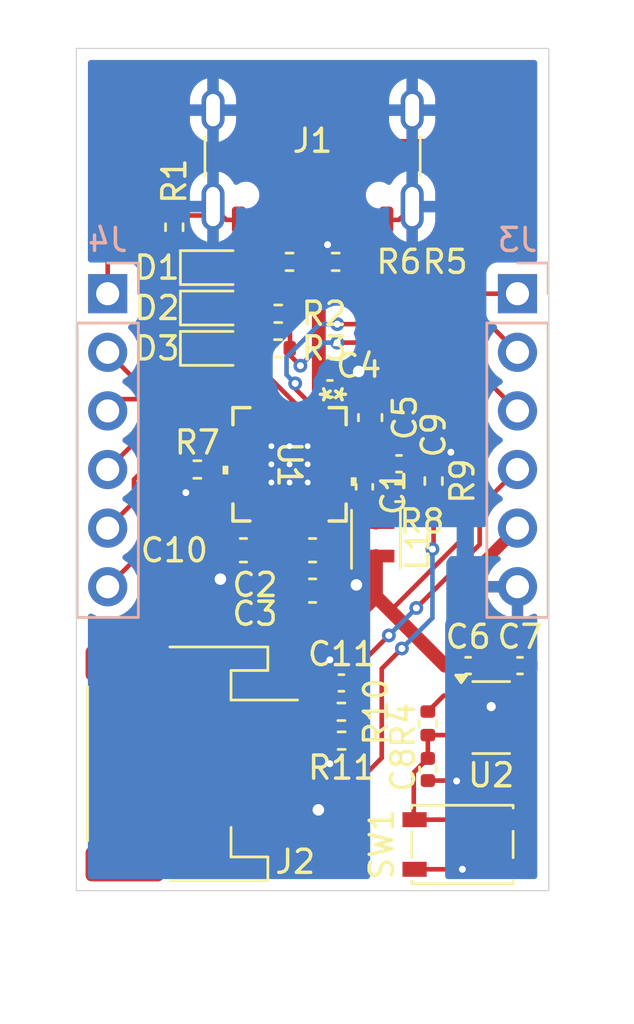
<source format=kicad_pcb>
(kicad_pcb (version 20240108) (generator "pcbnew") (generator_version "8.0")
  (layers (0 "F.Cu" signal) (31 "B.Cu" signal) (34 "B.Paste" user) (35 "F.Paste" user) (36 "B.SilkS" user "B.Silkscreen") (37 "F.SilkS" user "F.Silkscreen") (38 "B.Mask" user) (39 "F.Mask" user) (44 "Edge.Cuts" user))
  (net 0 "")
  (net 1 "Net-(C1-Pad1)")
  (net 2 "Net-(U1-BTST)")
  (net 3 "/SYS")
  (net 4 "GND")
  (net 5 "/VBUS")
  (net 6 "Net-(U1-PMID)")
  (net 7 "/3V3")
  (net 8 "Net-(U2-EN)")
  (net 9 "Net-(U1-REGN)")
  (net 10 "Net-(J2-Pin_1)")
  (net 11 "/VBAT")
  (net 12 "Net-(D1-K)")
  (net 13 "Net-(D2-K)")
  (net 14 "Net-(D3-K)")
  (net 17 "Net-(J1-CC2)")
  (net 18 "Net-(J1-CC1)")
  (net 19 "Net-(J2-Pin_2)")
  (net 20 "/PSEL")
  (net 21 "/SDA")
  (net 22 "/INT")
  (net 23 "/OTG")
  (net 24 "/{slash}CE")
  (net 25 "/SCL")
  (net 26 "Net-(U1-ILIM)")
  (net 29 "/D+")
  (net 30 "/D-")
  (net 31 "Net-(D2-A)")
  (net 32 "Net-(D3-A)")
  (footprint "Capacitor_SMD:C_0402_1005Metric" (layer "F.Cu") (at 153.75 103.75)
    (property "Reference" "C9" (at 1.5 -1.25 90) (layer "F.SilkS"))
    (property "Value" "4u7")
    (pad "1" smd roundrect (at -0.48 0) (size 0.56 0.62) (layers "F.Cu" "F.Paste" "F.Mask") (net 9 "Net-(U1-REGN)"))
    (pad "2" smd roundrect (at 0.48 0) (size 0.56 0.62) (layers "F.Cu" "F.Paste" "F.Mask") (net 4 "GND"))
  )
  (footprint "Connector_JST:JST_PH_S3B-PH-SM4-TB_1x03-1MP_P2.00mm_Horizontal" (layer "F.Cu") (at 144.75 116.75 -90)
    (property "Reference" "J2" (at 4.25 -4.5 0) (layer "F.SilkS"))
    (property "Value" "Conn_01x03")
    (pad "1" smd roundrect (at -2 -2.85 270) (size 1 3.5) (layers "F.Cu" "F.Paste" "F.Mask") (net 10 "Net-(J2-Pin_1)"))
    (pad "2" smd roundrect (at 0 -2.85 270) (size 1 3.5) (layers "F.Cu" "F.Paste" "F.Mask") (net 19 "Net-(J2-Pin_2)"))
    (pad "3" smd roundrect (at 2 -2.85 270) (size 1 3.5) (layers "F.Cu" "F.Paste" "F.Mask") (net 4 "GND"))
    (pad "MP" smd roundrect (at -4.35 2.9 270) (size 1.5 3.4) (layers "F.Cu" "F.Paste" "F.Mask") (roundrect_rratio 0.166667))
    (pad "MP" smd roundrect (at 4.35 2.9 270) (size 1.5 3.4) (layers "F.Cu" "F.Paste" "F.Mask") (roundrect_rratio 0.166667))
  )
  (footprint "Resistor_SMD:R_0402_1005Metric" (layer "F.Cu") (at 153.75 105.01)
    (property "Reference" "R8" (at 1 1.24 0) (layer "F.SilkS"))
    (property "Value" "5k25 (5k23)")
    (pad "1" smd roundrect (at -0.51 0) (size 0.54 0.64) (layers "F.Cu" "F.Paste" "F.Mask") (net 9 "Net-(U1-REGN)"))
    (pad "2" smd roundrect (at 0.51 0) (size 0.54 0.64) (layers "F.Cu" "F.Paste" "F.Mask") (net 19 "Net-(J2-Pin_2)"))
  )
  (footprint "Resistor_SMD:R_0402_1005Metric" (layer "F.Cu") (at 151.26 115.75 180)
    (property "Reference" "R11" (at 0 -1.17 0) (layer "F.SilkS"))
    (property "Value" "200k")
    (pad "1" smd roundrect (at -0.51 0 180) (size 0.54 0.64) (layers "F.Cu" "F.Paste" "F.Mask") (net 11 "/VBAT"))
    (pad "2" smd roundrect (at 0.51 0 180) (size 0.54 0.64) (layers "F.Cu" "F.Paste" "F.Mask") (net 4 "GND"))
  )
  (footprint "LED_SMD:LED_0603_1608Metric" (layer "F.Cu") (at 145.75 98.75)
    (property "Reference" "D3" (at -2.5 0 0) (layer "F.SilkS"))
    (property "Value" "Green")
    (pad "1" smd roundrect (at -0.7875 0) (size 0.875 0.95) (layers "F.Cu" "F.Paste" "F.Mask") (net 14 "Net-(D3-K)"))
    (pad "2" smd roundrect (at 0.7875 0) (size 0.875 0.95) (layers "F.Cu" "F.Paste" "F.Mask") (net 32 "Net-(D3-A)"))
  )
  (footprint "Resistor_SMD:R_0402_1005Metric" (layer "F.Cu") (at 144 93.5 -90)
    (property "Reference" "R1" (at -2 0 90) (layer "F.SilkS"))
    (property "Value" "220")
    (pad "1" smd roundrect (at -0.51 0 270) (size 0.54 0.64) (layers "F.Cu" "F.Paste" "F.Mask") (net 4 "GND"))
    (pad "2" smd roundrect (at 0.51 0 270) (size 0.54 0.64) (layers "F.Cu" "F.Paste" "F.Mask") (net 12 "Net-(D1-K)"))
  )
  (footprint "Capacitor_SMD:C_0603_1608Metric" (layer "F.Cu") (at 152.5 101.75 90)
    (property "Reference" "C5" (at 0 1.5 90) (layer "F.SilkS"))
    (property "Value" "10u")
    (pad "1" smd roundrect (at -0.775 0 90) (size 0.9 0.95) (layers "F.Cu" "F.Paste" "F.Mask") (net 6 "Net-(U1-PMID)"))
    (pad "2" smd roundrect (at 0.775 0 90) (size 0.9 0.95) (layers "F.Cu" "F.Paste" "F.Mask") (net 4 "GND"))
  )
  (footprint "Resistor_SMD:R_0402_1005Metric" (layer "F.Cu") (at 148.5 98.75 180)
    (property "Reference" "R3" (at -2 0 0) (layer "F.SilkS"))
    (property "Value" "220")
    (pad "1" smd roundrect (at -0.51 0 180) (size 0.54 0.64) (layers "F.Cu" "F.Paste" "F.Mask") (net 3 "/SYS"))
    (pad "2" smd roundrect (at 0.51 0 180) (size 0.54 0.64) (layers "F.Cu" "F.Paste" "F.Mask") (net 32 "Net-(D3-A)"))
  )
  (footprint "Capacitor_SMD:C_0402_1005Metric" (layer "F.Cu") (at 155 117 -90)
    (property "Reference" "C8" (at 0 1.075 90) (layer "F.SilkS"))
    (property "Value" "1u")
    (pad "1" smd roundrect (at -0.48 0 270) (size 0.56 0.62) (layers "F.Cu" "F.Paste" "F.Mask") (net 8 "Net-(U2-EN)"))
    (pad "2" smd roundrect (at 0.48 0 270) (size 0.56 0.62) (layers "F.Cu" "F.Paste" "F.Mask") (net 4 "GND"))
  )
  (footprint "Resistor_SMD:R_0402_1005Metric" (layer "F.Cu") (at 155 115 -90)
    (property "Reference" "R4" (at 0.075 1.075 90) (layer "F.SilkS"))
    (property "Value" "10k")
    (pad "1" smd roundrect (at -0.51 0 270) (size 0.54 0.64) (layers "F.Cu" "F.Paste" "F.Mask") (net 3 "/SYS"))
    (pad "2" smd roundrect (at 0.51 0 270) (size 0.54 0.64) (layers "F.Cu" "F.Paste" "F.Mask") (net 8 "Net-(U2-EN)"))
  )
  (footprint "Package_TO_SOT_SMD:SOT-23-5" (layer "F.Cu") (at 157.75 114.75)
    (property "Reference" "U2" (at 0 2.5 0) (layer "F.SilkS"))
    (property "Value" "TPS7A0533PDBV")
    (pad "1" smd roundrect (at -1.1375 -0.95) (size 1.325 0.6) (layers "F.Cu" "F.Paste" "F.Mask") (net 3 "/SYS"))
    (pad "2" smd roundrect (at -1.1375 0) (size 1.325 0.6) (layers "F.Cu" "F.Paste" "F.Mask") (net 4 "GND"))
    (pad "3" smd roundrect (at -1.1375 0.95) (size 1.325 0.6) (layers "F.Cu" "F.Paste" "F.Mask") (net 8 "Net-(U2-EN)"))
    (pad "4" smd roundrect (at 1.1375 0.95) (size 1.325 0.6) (layers "F.Cu" "F.Paste" "F.Mask"))
    (pad "5" smd roundrect (at 1.1375 -0.95) (size 1.325 0.6) (layers "F.Cu" "F.Paste" "F.Mask") (net 7 "/3V3"))
  )
  (footprint "Capacitor_SMD:C_0402_1005Metric" (layer "F.Cu") (at 150.75 100.5 180)
    (property "Reference" "C4" (at -1.25 1 0) (layer "F.SilkS"))
    (property "Value" "1u")
    (pad "1" smd roundrect (at -0.48 0 180) (size 0.56 0.62) (layers "F.Cu" "F.Paste" "F.Mask") (net 4 "GND"))
    (pad "2" smd roundrect (at 0.48 0 180) (size 0.56 0.62) (layers "F.Cu" "F.Paste" "F.Mask") (net 5 "/VBUS"))
  )
  (footprint "Capacitor_SMD:C_0402_1005Metric" (layer "F.Cu") (at 151.25 113.25 180)
    (property "Reference" "C11" (at 0 1.25 0) (layer "F.SilkS"))
    (property "Value" "1u")
    (pad "1" smd roundrect (at -0.48 0 180) (size 0.56 0.62) (layers "F.Cu" "F.Paste" "F.Mask") (net 11 "/VBAT"))
    (pad "2" smd roundrect (at 0.48 0 180) (size 0.56 0.62) (layers "F.Cu" "F.Paste" "F.Mask") (net 4 "GND"))
  )
  (footprint "Project_Footprints:RGE24_2P7X2P7_TEX" (layer "F.Cu") (at 149 103.775 -90)
    (property "Reference" "U1" (at 0 0 -90) (layer "F.SilkS"))
    (property "Value" "BQ24259RGER")
    (fp_text user "*" (at -3.035 -1.881 -90) (layer "F.SilkS"))
    (fp_text user "*" (at -3.035 -1.881 90) (layer "F.SilkS"))
    (pad "1" smd rect (at -1.975 -1.25) (size 0.279908 0.849884) (layers "F.Cu" "F.Mask") (net 5 "/VBUS"))
    (pad "2" smd rect (at -1.975 -0.750001) (size 0.279908 0.849884) (layers "F.Cu" "F.Mask") (net 20 "/PSEL"))
    (pad "3" smd rect (at -1.975 -0.25) (size 0.279908 0.849884) (layers "F.Cu" "F.Mask") (net 14 "Net-(D3-K)"))
    (pad "4" smd rect (at -1.975 0.25) (size 0.279908 0.849884) (layers "F.Cu" "F.Mask") (net 13 "Net-(D2-K)"))
    (pad "5" smd rect (at -1.975 0.750001) (size 0.279908 0.849884) (layers "F.Cu" "F.Mask") (net 25 "/SCL"))
    (pad "6" smd rect (at -1.975 1.25) (size 0.279908 0.849884) (layers "F.Cu" "F.Mask") (net 21 "/SDA"))
    (pad "7" smd rect (at -1.250315 1.975 270) (size 0.279908 0.849884) (layers "F.Cu" "F.Mask") (net 22 "/INT"))
    (pad "8" smd rect (at -0.750189 1.975 270) (size 0.279908 0.849884) (layers "F.Cu" "F.Mask") (net 23 "/OTG"))
    (pad "9" smd rect (at -0.250063 1.975 270) (size 0.279908 0.849884) (layers "F.Cu" "F.Mask") (net 24 "/{slash}CE"))
    (pad "10" smd rect (at 0.250063 1.975 270) (size 0.279908 0.849884) (layers "F.Cu" "F.Mask") (net 26 "Net-(U1-ILIM)"))
    (pad "11" smd rect (at 0.750189 1.975 270) (size 0.279908 0.849884) (layers "F.Cu" "F.Mask") (net 19 "Net-(J2-Pin_2)"))
    (pad "12" smd rect (at 1.250315 1.975 270) (size 0.279908 0.849884) (layers "F.Cu" "F.Mask"))
    (pad "13" smd rect (at 1.975 1.25) (size 0.279908 0.849884) (layers "F.Cu" "F.Mask") (net 10 "Net-(J2-Pin_1)"))
    (pad "14" smd rect (at 1.975 0.750001) (size 0.279908 0.849884) (layers "F.Cu" "F.Mask") (net 10 "Net-(J2-Pin_1)"))
    (pad "15" smd rect (at 1.975 0.25) (size 0.279908 0.849884) (layers "F.Cu" "F.Mask") (net 3 "/SYS"))
    (pad "16" smd rect (at 1.975 -0.25) (size 0.279908 0.849884) (layers "F.Cu" "F.Mask") (net 3 "/SYS"))
    (pad "17" smd rect (at 1.975 -0.750001) (size 0.279908 0.849884) (layers "F.Cu" "F.Mask") (net 4 "GND"))
    (pad "18" smd rect (at 1.975 -1.25) (size 0.279908 0.849884) (layers "F.Cu" "F.Mask") (net 4 "GND"))
    (pad "19" smd rect (at 1.250315 -1.975 270) (size 0.279908 0.849884) (layers "F.Cu" "F.Mask") (net 1 "Net-(C1-Pad1)"))
    (pad "20" smd rect (at 0.750189 -1.975 270) (size 0.279908 0.849884) (layers "F.Cu" "F.Mask") (net 1 "Net-(C1-Pad1)"))
    (pad "21" smd rect (at 0.250063 -1.975 270) (size 0.279908 0.849884) (layers "F.Cu" "F.Mask") (net 2 "Net-(U1-BTST)"))
    (pad "22" smd rect (at -0.250063 -1.975 270) (size 0.279908 0.849884) (layers "F.Cu" "F.Mask") (net 9 "Net-(U1-REGN)"))
    (pad "23" smd rect (at -0.750189 -1.975 270) (size 0.279908 0.849884) (layers "F.Cu" "F.Mask") (net 6 "Net-(U1-PMID)"))
    (pad "24" smd rect (at -1.250315 -1.975 270) (size 0.279908 0.849884) (layers "F.Cu" "F.Mask") (net 5 "/VBUS"))
    (pad "25" smd rect (at 0 0 270) (size 2.7 2.7) (layers "F.Cu") (net 4 "GND"))
    (pad "V" thru_hole circle (at -0.7874 -0.7874 270) (size 0.508 0.508) (drill 0.254) (layers "*.Cu" "*.Mask") (net 4 "GND"))
    (pad "V" thru_hole circle (at -0.7874 0 270) (size 0.508 0.508) (drill 0.254) (layers "*.Cu" "*.Mask") (net 4 "GND"))
    (pad "V" thru_hole circle (at -0.7874 0.7874 270) (size 0.508 0.508) (drill 0.254) (layers "*.Cu" "*.Mask") (net 4 "GND"))
    (pad "V" thru_hole circle (at 0 -0.7874 270) (size 0.508 0.508) (drill 0.254) (layers "*.Cu" "*.Mask") (net 4 "GND"))
    (pad "V" thru_hole circle (at 0 0 270) (size 0.508 0.508) (drill 0.254) (layers "*.Cu" "*.Mask") (net 4 "GND"))
    (pad "V" thru_hole circle (at 0 0.7874 270) (size 0.508 0.508) (drill 0.254) (layers "*.Cu" "*.Mask") (net 4 "GND"))
    (pad "V" thru_hole circle (at 0.7874 -0.7874 270) (size 0.508 0.508) (drill 0.254) (layers "*.Cu" "*.Mask") (net 4 "GND"))
    (pad "V" thru_hole circle (at 0.7874 0 270) (size 0.508 0.508) (drill 0.254) (layers "*.Cu" "*.Mask") (net 4 "GND"))
    (pad "V" thru_hole circle (at 0.7874 0.7874 270) (size 0.508 0.508) (drill 0.254) (layers "*.Cu" "*.Mask") (net 4 "GND"))
  )
  (footprint "Resistor_SMD:R_0402_1005Metric" (layer "F.Cu") (at 148.51 97.25 180)
    (property "Reference" "R2" (at -1.99 0 0) (layer "F.SilkS"))
    (property "Value" "470")
    (pad "1" smd roundrect (at -0.51 0 180) (size 0.54 0.64) (layers "F.Cu" "F.Paste" "F.Mask") (net 3 "/SYS"))
    (pad "2" smd roundrect (at 0.51 0 180) (size 0.54 0.64) (layers "F.Cu" "F.Paste" "F.Mask") (net 31 "Net-(D2-A)"))
  )
  (footprint "Capacitor_SMD:C_0402_1005Metric" (layer "F.Cu") (at 156.75 112.5 180)
    (property "Reference" "C6" (at 0 1.25 0) (layer "F.SilkS"))
    (property "Value" "1u")
    (pad "1" smd roundrect (at -0.48 0 180) (size 0.56 0.62) (layers "F.Cu" "F.Paste" "F.Mask") (net 4 "GND"))
    (pad "2" smd roundrect (at 0.48 0 180) (size 0.56 0.62) (layers "F.Cu" "F.Paste" "F.Mask") (net 3 "/SYS"))
  )
  (footprint "Resistor_SMD:R_0402_1005Metric" (layer "F.Cu") (at 149 95 180)
    (property "Reference" "R6" (at -4.75 0 0) (layer "F.SilkS"))
    (property "Value" "5k1")
    (pad "1" smd roundrect (at -0.51 0 180) (size 0.54 0.64) (layers "F.Cu" "F.Paste" "F.Mask") (net 4 "GND"))
    (pad "2" smd roundrect (at 0.51 0 180) (size 0.54 0.64) (layers "F.Cu" "F.Paste" "F.Mask") (net 17 "Net-(J1-CC2)"))
  )
  (footprint "Connector_USB:USB_C_Receptacle_GCT_USB4105-xx-A_16P_TopMnt_Horizontal" (layer "F.Cu") (at 150 89.5 180)
    (property "Reference" "J1" (at 0 -0.25 0) (layer "F.SilkS"))
    (property "Value" "USB_C_Receptacle_USB2.0_16P")
    (pad "" np_thru_hole circle (at -2.89 -2.605 180) (size 0.65 0.65) (drill 0.65) (layers "F&B.Cu" "*.Mask"))
    (pad "" np_thru_hole circle (at 2.89 -2.605 180) (size 0.65 0.65) (drill 0.65) (layers "F&B.Cu" "*.Mask"))
    (pad "A1" smd roundrect (at -3.2 -3.68 180) (size 0.6 1.15) (layers "F.Cu" "F.Paste" "F.Mask") (net 4 "GND"))
    (pad "A4" smd roundrect (at -2.4 -3.68 180) (size 0.6 1.15) (layers "F.Cu" "F.Paste" "F.Mask") (net 5 "/VBUS"))
    (pad "A5" smd roundrect (at -1.25 -3.68 180) (size 0.3 1.15) (layers "F.Cu" "F.Paste" "F.Mask") (net 18 "Net-(J1-CC1)"))
    (pad "A6" smd roundrect (at -0.25 -3.68 180) (size 0.3 1.15) (layers "F.Cu" "F.Paste" "F.Mask") (net 29 "/D+"))
    (pad "A7" smd roundrect (at 0.25 -3.68 180) (size 0.3 1.15) (layers "F.Cu" "F.Paste" "F.Mask") (net 30 "/D-"))
    (pad "A8" smd roundrect (at 1.25 -3.68 180) (size 0.3 1.15) (layers "F.Cu" "F.Paste" "F.Mask"))
    (pad "A9" smd roundrect (at 2.4 -3.68 180) (size 0.6 1.15) (layers "F.Cu" "F.Paste" "F.Mask") (net 5 "/VBUS"))
    (pad "A12" smd roundrect (at 3.2 -3.68 180) (size 0.6 1.15) (layers "F.Cu" "F.Paste" "F.Mask") (net 4 "GND"))
    (pad "B1" smd roundrect (at 3.2 -3.68 180) (size 0.6 1.15) (layers "F.Cu" "F.Paste" "F.Mask") (net 4 "GND"))
    (pad "B4" smd roundrect (at 2.4 -3.68 180) (size 0.6 1.15) (layers "F.Cu" "F.Paste" "F.Mask") (net 5 "/VBUS"))
    (pad "B5" smd roundrect (at 1.75 -3.68 180) (size 0.3 1.15) (layers "F.Cu" "F.Paste" "F.Mask") (net 17 "Net-(J1-CC2)"))
    (pad "B6" smd roundrect (at 0.75 -3.68 180) (size 0.3 1.15) (layers "F.Cu" "F.Paste" "F.Mask") (net 29 "/D+"))
    (pad "B7" smd roundrect (at -0.75 -3.68 180) (size 0.3 1.15) (layers "F.Cu" "F.Paste" "F.Mask") (net 30 "/D-"))
    (pad "B8" smd roundrect (at -1.75 -3.68 180) (size 0.3 1.15) (layers "F.Cu" "F.Paste" "F.Mask"))
    (pad "B9" smd roundrect (at -2.4 -3.68 180) (size 0.6 1.15) (layers "F.Cu" "F.Paste" "F.Mask") (net 5 "/VBUS"))
    (pad "B12" smd roundrect (at -3.2 -3.68 180) (size 0.6 1.15) (layers "F.Cu" "F.Paste" "F.Mask") (net 4 "GND"))
    (pad "S1" thru_hole oval (at -4.32 -3.105 180) (size 1 2.1) (drill oval 0.6 1.7) (layers "*.Cu" "*.Mask" "F.Paste") (net 4 "GND"))
    (pad "S1" thru_hole oval (at -4.32 1.075 180) (size 1 1.8) (drill oval 0.6 1.4) (layers "*.Cu" "*.Mask" "F.Paste") (net 4 "GND"))
    (pad "S1" thru_hole oval (at 4.32 -3.105 180) (size 1 2.1) (drill oval 0.6 1.7) (layers "*.Cu" "*.Mask" "F.Paste") (net 4 "GND"))
    (pad "S1" thru_hole oval (at 4.32 1.075 180) (size 1 1.8) (drill oval 0.6 1.4) (layers "*.Cu" "*.Mask" "F.Paste") (net 4 "GND"))
  )
  (footprint "Resistor_SMD:R_0402_1005Metric" (layer "F.Cu") (at 151 95)
    (property "Reference" "R5" (at 4.75 0 0) (layer "F.SilkS"))
    (property "Value" "5k1")
    (pad "1" smd roundrect (at -0.51 0) (size 0.54 0.64) (layers "F.Cu" "F.Paste" "F.Mask") (net 4 "GND"))
    (pad "2" smd roundrect (at 0.51 0) (size 0.54 0.64) (layers "F.Cu" "F.Paste" "F.Mask") (net 18 "Net-(J1-CC1)"))
  )
  (footprint "Resistor_SMD:R_0402_1005Metric" (layer "F.Cu") (at 155.25 104.5 90)
    (property "Reference" "R9" (at 0 1.25 90) (layer "F.SilkS"))
    (property "Value" "31k23 (31k6)")
    (pad "1" smd roundrect (at -0.51 0 90) (size 0.54 0.64) (layers "F.Cu" "F.Paste" "F.Mask") (net 19 "Net-(J2-Pin_2)"))
    (pad "2" smd roundrect (at 0.51 0 90) (size 0.54 0.64) (layers "F.Cu" "F.Paste" "F.Mask") (net 4 "GND"))
  )
  (footprint "Button_Switch_SMD:SW_SPST_PTS810" (layer "F.Cu") (at 156.5 120.25 180)
    (property "Reference" "SW1" (at 3.5 0 90) (layer "F.SilkS"))
    (property "Value" "SW_Push")
    (pad "1" smd rect (at -2.075 -1.075 180) (size 1.05 0.65) (layers "F.Cu" "F.Paste" "F.Mask") (net 4 "GND"))
    (pad "1" smd rect (at 2.075 -1.075 180) (size 1.05 0.65) (layers "F.Cu" "F.Paste" "F.Mask") (net 4 "GND"))
    (pad "2" smd rect (at -2.075 1.075 180) (size 1.05 0.65) (layers "F.Cu" "F.Paste" "F.Mask") (net 8 "Net-(U2-EN)"))
    (pad "2" smd rect (at 2.075 1.075 180) (size 1.05 0.65) (layers "F.Cu" "F.Paste" "F.Mask") (net 8 "Net-(U2-EN)"))
  )
  (footprint "Resistor_SMD:R_0402_1005Metric" (layer "F.Cu") (at 151.25 114.5)
    (property "Reference" "R10" (at 1.5 0 90) (layer "F.SilkS"))
    (property "Value" "100k")
    (pad "1" smd roundrect (at -0.51 0) (size 0.54 0.64) (layers "F.Cu" "F.Paste" "F.Mask") (net 10 "Net-(J2-Pin_1)"))
    (pad "2" smd roundrect (at 0.51 0) (size 0.54 0.64) (layers "F.Cu" "F.Paste" "F.Mask") (net 11 "/VBAT"))
  )
  (footprint "LED_SMD:LED_0603_1608Metric" (layer "F.Cu") (at 145.75 97)
    (property "Reference" "D2" (at -2.5 0 0) (layer "F.SilkS"))
    (property "Value" "Red")
    (pad "1" smd roundrect (at -0.7875 0) (size 0.875 0.95) (layers "F.Cu" "F.Paste" "F.Mask") (net 13 "Net-(D2-K)"))
    (pad "2" smd roundrect (at 0.7875 0) (size 0.875 0.95) (layers "F.Cu" "F.Paste" "F.Mask") (net 31 "Net-(D2-A)"))
  )
  (footprint "Capacitor_SMD:C_0603_1608Metric" (layer "F.Cu") (at 150 109.25 180)
    (property "Reference" "C3" (at 2.5 -1 0) (layer "F.SilkS"))
    (property "Value" "10u")
    (pad "1" smd roundrect (at -0.775 0 180) (size 0.9 0.95) (layers "F.Cu" "F.Paste" "F.Mask") (net 4 "GND"))
    (pad "2" smd roundrect (at 0.775 0 180) (size 0.9 0.95) (layers "F.Cu" "F.Paste" "F.Mask") (net 3 "/SYS"))
  )
  (footprint "Capacitor_SMD:C_0603_1608Metric" (layer "F.Cu") (at 150 107.5 180)
    (property "Reference" "C2" (at 2.5 -1.5 0) (layer "F.SilkS"))
    (property "Value" "10u")
    (pad "1" smd roundrect (at -0.775 0 180) (size 0.9 0.95) (layers "F.Cu" "F.Paste" "F.Mask") (net 4 "GND"))
    (pad "2" smd roundrect (at 0.775 0 180) (size 0.9 0.95) (layers "F.Cu" "F.Paste" "F.Mask") (net 3 "/SYS"))
  )
  (footprint "Inductor_SMD:L_Murata_DFE201610P" (layer "F.Cu") (at 152.75 107.025 -90)
    (property "Reference" "L1" (at 0.475 -1.8 90) (layer "F.SilkS"))
    (property "Value" "1uH")
    (pad "1" smd rect (at -0.725 0 270) (size 0.55 1.6) (layers "F.Cu" "F.Paste" "F.Mask") (net 1 "Net-(C1-Pad1)"))
    (pad "2" smd rect (at 0.725 0 270) (size 0.55 1.6) (layers "F.Cu" "F.Paste" "F.Mask") (net 3 "/SYS"))
  )
  (footprint "Capacitor_SMD:C_0603_1608Metric" (layer "F.Cu") (at 147 107.5 180)
    (property "Reference" "C10" (at 3 0 0) (layer "F.SilkS"))
    (property "Value" "10u")
    (pad "1" smd roundrect (at -0.775 0 180) (size 0.9 0.95) (layers "F.Cu" "F.Paste" "F.Mask") (net 10 "Net-(J2-Pin_1)"))
    (pad "2" smd roundrect (at 0.775 0 180) (size 0.9 0.95) (layers "F.Cu" "F.Paste" "F.Mask") (net 4 "GND"))
  )
  (footprint "Resistor_SMD:R_0402_1005Metric" (layer "F.Cu") (at 145 104)
    (property "Reference" "R7" (at 0 -1.17 0) (layer "F.SilkS"))
    (property "Value" "240")
    (pad "1" smd roundrect (at -0.51 0) (size 0.54 0.64) (layers "F.Cu" "F.Paste" "F.Mask") (net 4 "GND"))
    (pad "2" smd roundrect (at 0.51 0) (size 0.54 0.64) (layers "F.Cu" "F.Paste" "F.Mask") (net 26 "Net-(U1-ILIM)"))
  )
  (footprint "Capacitor_SMD:C_0402_1005Metric" (layer "F.Cu") (at 152.25 104.75 90)
    (property "Reference" "C1" (at -0.25 1.25 90) (layer "F.SilkS"))
    (property "Value" "47n")
    (pad "1" smd roundrect (at -0.48 0 90) (size 0.56 0.62) (layers "F.Cu" "F.Paste" "F.Mask") (net 1 "Net-(C1-Pad1)"))
    (pad "2" smd roundrect (at 0.48 0 90) (size 0.56 0.62) (layers "F.Cu" "F.Paste" "F.Mask") (net 2 "Net-(U1-BTST)"))
  )
  (footprint "Capacitor_SMD:C_0402_1005Metric" (layer "F.Cu") (at 159 112.5)
    (property "Reference" "C7" (at 0 -1.25 0) (layer "F.SilkS"))
    (property "Value" "1u")
    (pad "1" smd roundrect (at -0.48 0) (size 0.56 0.62) (layers "F.Cu" "F.Paste" "F.Mask") (net 4 "GND"))
    (pad "2" smd roundrect (at 0.48 0) (size 0.56 0.62) (layers "F.Cu" "F.Paste" "F.Mask") (net 7 "/3V3"))
  )
  (footprint "LED_SMD:LED_0603_1608Metric" (layer "F.Cu") (at 145.75 95.25)
    (property "Reference" "D1" (at -2.5 0 0) (layer "F.SilkS"))
    (property "Value" "Yellow")
    (pad "1" smd roundrect (at -0.7875 0) (size 0.875 0.95) (layers "F.Cu" "F.Paste" "F.Mask") (net 12 "Net-(D1-K)"))
    (pad "2" smd roundrect (at 0.7875 0) (size 0.875 0.95) (layers "F.Cu" "F.Paste" "F.Mask") (net 5 "/VBUS"))
  )
  (footprint "Connector_PinHeader_2.54mm:PinHeader_1x06_P2.54mm_Vertical" (layer "B.Cu") (at 141.11 96.38 180)
    (property "Reference" "J4" (at 0 2.33 0) (layer "B.SilkS") (effects (justify mirror)))
    (property "Value" "Conn_01x06")
    (pad "1" thru_hole rect (at 0 0 180) (size 1.7 1.7) (drill 1) (layers "*.Cu" "*.Mask") (net 5 "/VBUS"))
    (pad "2" thru_hole oval (at 0 -2.54 180) (size 1.7 1.7) (drill 1) (layers "*.Cu" "*.Mask") (net 25 "/SCL"))
    (pad "3" thru_hole oval (at 0 -5.08 180) (size 1.7 1.7) (drill 1) (layers "*.Cu" "*.Mask") (net 21 "/SDA"))
    (pad "4" thru_hole oval (at 0 -7.62 180) (size 1.7 1.7) (drill 1) (layers "*.Cu" "*.Mask") (net 22 "/INT"))
    (pad "5" thru_hole oval (at 0 -10.16 180) (size 1.7 1.7) (drill 1) (layers "*.Cu" "*.Mask") (net 23 "/OTG"))
    (pad "6" thru_hole oval (at 0 -12.7 180) (size 1.7 1.7) (drill 1) (layers "*.Cu" "*.Mask") (net 24 "/{slash}CE"))
  )
  (footprint "Connector_PinHeader_2.54mm:PinHeader_1x06_P2.54mm_Vertical" (layer "B.Cu") (at 158.89 96.38 180)
    (property "Reference" "J3" (at 0 2.33 0) (layer "B.SilkS") (effects (justify mirror)))
    (property "Value" "Conn_01x06")
    (pad "1" thru_hole rect (at 0 0 180) (size 1.7 1.7) (drill 1) (layers "*.Cu" "*.Mask") (net 29 "/D+"))
    (pad "2" thru_hole oval (at 0 -2.54 180) (size 1.7 1.7) (drill 1) (layers "*.Cu" "*.Mask") (net 30 "/D-"))
    (pad "3" thru_hole oval (at 0 -5.08 180) (size 1.7 1.7) (drill 1) (layers "*.Cu" "*.Mask") (net 20 "/PSEL"))
    (pad "4" thru_hole oval (at 0 -7.62 180) (size 1.7 1.7) (drill 1) (layers "*.Cu" "*.Mask") (net 11 "/VBAT"))
    (pad "5" thru_hole oval (at 0 -10.16 180) (size 1.7 1.7) (drill 1) (layers "*.Cu" "*.Mask") (net 7 "/3V3"))
    (pad "6" thru_hole oval (at 0 -12.7 180) (size 1.7 1.7) (drill 1) (layers "*.Cu" "*.Mask") (net 4 "GND"))
  )
  (gr_rect (start 139.75 85.75) (end 160.25 122.25) (stroke (width 0.05)) (fill none) (layer "Edge.Cuts"))
  (segment (start 150.975 105.025315) (end 150.975 104.665017) (width 0.6) (layer "F.Cu") (net 1))
  (segment (start 150.975 105.025315) (end 151.179685 105.23) (width 0.6) (layer "F.Cu") (net 1))
  (segment (start 152.25 105.23) (end 152.25 105.8) (width 0.6) (layer "F.Cu") (net 1))
  (segment (start 152.25 105.8) (end 152.75 106.3) (width 0.6) (layer "F.Cu") (net 1))
  (segment (start 151.179685 105.23) (end 152.25 105.23) (width 0.6) (layer "F.Cu") (net 1))
  (segment (start 150.975 104.025063) (end 152.005063 104.025063) (width 0.2) (layer "F.Cu") (net 2))
  (segment (start 152.005063 104.025063) (end 152.25 104.27) (width 0.2) (layer "F.Cu") (net 2))
  (segment (start 149.225 109.25) (end 149.225 110.5) (width 0.6) (layer "F.Cu") (net 3))
  (segment (start 155.69 113.8) (end 156.6125 113.8) (width 0.2) (layer "F.Cu") (net 3))
  (segment (start 149.01 98.75) (end 149.01 99.04) (width 0.2) (layer "F.Cu") (net 3))
  (segment (start 156.6 106.9) (end 153.375 110.125) (width 0.2) (layer "F.Cu") (net 3))
  (segment (start 149.225 107.5) (end 149.225 109.25) (width 0.6) (layer "F.Cu") (net 3))
  (segment (start 149.01 99.04) (end 149.47 99.5) (width 0.2) (layer "F.Cu") (net 3))
  (segment (start 149.02 98.74) (end 149.01 98.75) (width 0.2) (layer "F.Cu") (net 3))
  (segment (start 152.098529 98.5) (end 156.6 103.001471) (width 0.2) (layer "F.Cu") (net 3))
  (segment (start 156.27 112.5) (end 156.27 113.4575) (width 0.6) (layer "F.Cu") (net 3))
  (segment (start 149.02 97.25) (end 149.02 98.74) (width 0.2) (layer "F.Cu") (net 3))
  (segment (start 149.225 107.025) (end 149 106.8) (width 0.6) (layer "F.Cu") (net 3))
  (segment (start 149.225 107.5) (end 149.225 107.025) (width 0.6) (layer "F.Cu") (net 3))
  (segment (start 152.75 107.75) (end 152.75 109.5) (width 0.6) (layer "F.Cu") (net 3))
  (segment (start 156.27 112.5) (end 155.75 112.5) (width 0.6) (layer "F.Cu") (net 3))
  (segment (start 151.75 110.5) (end 149.225 110.5) (width 0.6) (layer "F.Cu") (net 3))
  (segment (start 152.75 109.5) (end 151.75 110.5) (width 0.6) (layer "F.Cu") (net 3))
  (segment (start 156.27 113.4575) (end 156.6125 113.8) (width 0.6) (layer "F.Cu") (net 3))
  (segment (start 153.375 110.125) (end 152.75 109.5) (width 0.6) (layer "F.Cu") (net 3))
  (segment (start 155 114.49) (end 155.69 113.8) (width 0.2) (layer "F.Cu") (net 3))
  (segment (start 151.07 98.5) (end 152.098529 98.5) (width 0.2) (layer "F.Cu") (net 3))
  (segment (start 156.6 103.001471) (end 156.6 106.9) (width 0.2) (layer "F.Cu") (net 3))
  (segment (start 155.75 112.5) (end 153.375 110.125) (width 0.6) (layer "F.Cu") (net 3))
  (segment (start 149 106.8) (end 149 105.625) (width 0.6) (layer "F.Cu") (net 3))
  (via (at 149.47 99.5) (size 0.6) (drill 0.3) (layers "F.Cu" "B.Cu") (net 3))
  (via (at 151.07 98.5) (size 0.6) (drill 0.3) (layers "F.Cu" "B.Cu") (net 3))
  (segment (start 149.47 99.5) (end 150.47 98.5) (width 0.2) (layer "B.Cu") (net 3))
  (segment (start 150.47 98.5) (end 151.07 98.5) (width 0.2) (layer "B.Cu") (net 3))
  (segment (start 155.25 103.99) (end 155.26 103.99) (width 0.2) (layer "F.Cu") (net 4))
  (segment (start 157.23 112.5) (end 157.75 112.5) (width 0.5) (layer "F.Cu") (net 4))
  (segment (start 154.425 121.325) (end 158.575 121.325) (width 0.2) (layer "F.Cu") (net 4))
  (segment (start 156.6125 114.75) (end 157.274999 114.75) (width 0.5) (layer "F.Cu") (net 4))
  (segment (start 145.295 92.99) (end 145.68 92.605) (width 0.2) (layer "F.Cu") (net 4))
  (segment (start 149.51 95) (end 150.49 95) (width 0.2) (layer "F.Cu") (net 4))
  (segment (start 150.75 115.75) (end 150.75 116.75) (width 0.2) (layer "F.Cu") (net 4))
  (segment (start 155.01 103.75) (end 155.25 103.99) (width 0.2) (layer "F.Cu") (net 4))
  (segment (start 150.49 95) (end 150.49 94.414517) (width 0.2) (layer "F.Cu") (net 4))
  (segment (start 150.77 113.25) (end 150.77 112.27) (width 0.2) (layer "F.Cu") (net 4))
  (segment (start 144.49 104) (end 144.49 104.99) (width 0.2) (layer "F.Cu") (net 4))
  (segment (start 156.23 117.48) (end 156.25 117.5) (width 0.2) (layer "F.Cu") (net 4))
  (segment (start 146.255 93.18) (end 145.68 92.605) (width 0.2) (layer "F.Cu") (net 4))
  (segment (start 150.775 109.25) (end 150.775 107.5) (width 0.6) (layer "F.Cu") (net 4))
  (segment (start 144.49 104.99) (end 144.5 105) (width 0.2) (layer "F.Cu") (net 4))
  (segment (start 155 117.48) (end 156.23 117.48) (width 0.2) (layer "F.Cu") (net 4))
  (segment (start 144 92.99) (end 145.295 92.99) (width 0.2) (layer "F.Cu") (net 4))
  (segment (start 150.49 94.414517) (end 150.649833 94.254684) (width 0.2) (layer "F.Cu") (net 4))
  (segment (start 155.26 103.99) (end 156 103.25) (width 0.2) (layer "F.Cu") (net 4))
  (segment (start 152.025 100.5) (end 152.025 99.775) (width 0.6) (layer "F.Cu") (net 4))
  (segment (start 150.77 112.27) (end 150.75 112.25) (width 0.2) (layer "F.Cu") (net 4))
  (segment (start 153.2 93.18) (end 153.745 93.18) (width 0.2) (layer "F.Cu") (net 4))
  (segment (start 152.025 100.5) (end 152.5 100.975) (width 0.6) (layer "F.Cu") (net 4))
  (segment (start 150.775 107.5) (end 150.775 106.635046) (width 0.6) (layer "F.Cu") (net 4))
  (segment (start 152.025 99.775) (end 152 99.75) (width 0.6) (layer "F.Cu") (net 4))
  (segment (start 146.8 93.18) (end 146.255 93.18) (width 0.2) (layer "F.Cu") (net 4))
  (segment (start 157.75 114.274999) (end 157.75 112.5) (width 0.5) (layer "F.Cu") (net 4))
  (segment (start 146.225 108.525) (end 146 108.75) (width 0.6) (layer "F.Cu") (net 4))
  (segment (start 154.23 103.75) (end 155.01 103.75) (width 0.2) (layer "F.Cu") (net 4))
  (segment (start 153.745 93.18) (end 154.32 92.605) (width 0.2) (layer "F.Cu") (net 4))
  (segment (start 151.23 100.5) (end 152.025 100.5) (width 0.6) (layer "F.Cu") (net 4))
  (segment (start 146.225 107.5) (end 146.225 108.525) (width 0.6) (layer "F.Cu") (net 4))
  (segment (start 150.775 106.635046) (end 149.889954 105.75) (width 0.6) (layer "F.Cu") (net 4))
  (segment (start 157.75 112.5) (end 158.52 112.5) (width 0.5) (layer "F.Cu") (net 4))
  (segment (start 147.6 118.75) (end 150.25 118.75) (width 0.6) (layer "F.Cu") (net 4))
  (segment (start 157.274999 114.75) (end 157.75 114.274999) (width 0.5) (layer "F.Cu") (net 4))
  (segment (start 151.65 109.25) (end 151.9 109) (width 0.6) (layer "F.Cu") (net 4))
  (segment (start 150.775 109.25) (end 151.65 109.25) (width 0.6) (layer "F.Cu") (net 4))
  (via (at 144.5 105) (size 0.6) (drill 0.3) (layers "F.Cu" "B.Cu") (net 4))
  (via (at 150.75 112.25) (size 0.6) (drill 0.3) (layers "F.Cu" "B.Cu") (net 4))
  (via (at 156 103.25) (size 0.6) (drill 0.3) (layers "F.Cu" "B.Cu") (net 4))
  (via (at 150.649833 94.254684) (size 0.6) (drill 0.3) (layers "F.Cu" "B.Cu") (net 4))
  (via (at 150.25 118.75) (size 0.7) (drill 0.5) (layers "F.Cu" "B.Cu") (net 4))
  (via (at 150.75 116.75) (size 0.6) (drill 0.3) (layers "F.Cu" "B.Cu") (net 4))
  (via (at 151.9 109) (size 0.7) (drill 0.5) (layers "F.Cu" "B.Cu") (net 4))
  (via (at 157.75 114.274999) (size 0.6) (drill 0.4) (layers "F.Cu" "B.Cu") (net 4))
  (via (at 146 108.75) (size 0.7) (drill 0.5) (layers "F.Cu" "B.Cu") (net 4))
  (via (at 156.5 121.325) (size 0.6) (drill 0.3) (layers "F.Cu" "B.Cu") (net 4))
  (via (at 156.25 117.5) (size 0.6) (drill 0.3) (layers "F.Cu" "B.Cu") (net 4))
  (via (at 152 99.75) (size 0.7) (drill 0.5) (layers "F.Cu" "B.Cu") (net 4))
  (segment (start 147.75 96) (end 150.5 96) (width 0.6) (layer "F.Cu") (net 5))
  (segment (start 147.6 95.85) (end 147.75 96) (width 0.6) (layer "F.Cu") (net 5))
  (segment (start 150.5 96) (end 152 96) (width 0.6) (layer "F.Cu") (net 5))
  (segment (start 146.959594 91) (end 148 92.040406) (width 0.2) (layer "F.Cu") (net 5))
  (segment (start 150.389955 100.619955) (end 150.389955 101.8) (width 0.6) (layer "F.Cu") (net 5))
  (segment (start 150.389955 101.8) (end 150.725 101.8) (width 0.6) (layer "F.Cu") (net 5))
  (segment (start 147.6 92.65) (end 147.6 93.18) (width 0.2) (layer "F.Cu") (net 5))
  (segment (start 141.11 96.38) (end 141.11 92.89) (width 0.2) (layer "F.Cu") (net 5))
  (segment (start 143 91) (end 146.959594 91) (width 0.2) (layer "F.Cu") (net 5))
  (segment (start 150.27 96.23) (end 150.5 96) (width 0.6) (layer "F.Cu") (net 5))
  (segment (start 150.27 100.5) (end 150.27 96.23) (width 0.6) (layer "F.Cu") (net 5))
  (segment (start 147.6 95.25) (end 147.6 95.85) (width 0.6) (layer "F.Cu") (net 5))
  (segment (start 150.725 101.8) (end 150.975 102.05) (width 0.6) (layer "F.Cu") (net 5))
  (segment (start 152 96) (end 152.4 95.6) (width 0.6) (layer "F.Cu") (net 5))
  (segment (start 148 92.25) (end 147.6 92.65) (width 0.2) (layer "F.Cu") (net 5))
  (segment (start 147.6 93.18) (end 147.6 95.25) (width 0.6) (layer "F.Cu") (net 5))
  (segment (start 150.975 102.05) (end 150.975 102.384857) (width 0.6) (layer "F.Cu") (net 5))
  (segment (start 148 92.040406) (end 148 92.25) (width 0.2) (layer "F.Cu") (net 5))
  (segment (start 152.4 95.6) (end 152.4 93.18) (width 0.6) (layer "F.Cu") (net 5))
  (segment (start 150.27 100.5) (end 150.389955 100.619955) (width 0.6) (layer "F.Cu") (net 5))
  (segment (start 146.5375 95.25) (end 147.6 95.25) (width 0.2) (layer "F.Cu") (net 5))
  (segment (start 141.11 92.89) (end 143 91) (width 0.2) (layer "F.Cu") (net 5))
  (segment (start 152.5 102.525) (end 151.990143 103.034857) (width 0.3) (layer "F.Cu") (net 6))
  (segment (start 151.990143 103.034857) (end 150.975 103.034857) (width 0.3) (layer "F.Cu") (net 6))
  (segment (start 159.48 112.190001) (end 157.25 109.960001) (width 0.5) (layer "F.Cu") (net 7))
  (segment (start 159.48 113.2075) (end 159.48 112.5) (width 0.5) (layer "F.Cu") (net 7))
  (segment (start 157.25 108.18) (end 158.89 106.54) (width 0.5) (layer "F.Cu") (net 7))
  (segment (start 157.25 109.960001) (end 157.25 108.18) (width 0.5) (layer "F.Cu") (net 7))
  (segment (start 159.48 112.5) (end 159.48 112.190001) (width 0.5) (layer "F.Cu") (net 7))
  (segment (start 158.8875 113.8) (end 159.48 113.2075) (width 0.5) (layer "F.Cu") (net 7))
  (segment (start 156.4225 115.51) (end 156.6125 115.7) (width 0.2) (layer "F.Cu") (net 8))
  (segment (start 155 116.52) (end 154.39 117.13) (width 0.2) (layer "F.Cu") (net 8))
  (segment (start 155 115.51) (end 155 116.52) (width 0.2) (layer "F.Cu") (net 8))
  (segment (start 154.425 119.175) (end 158.575 119.175) (width 0.2) (layer "F.Cu") (net 8))
  (segment (start 155 115.51) (end 156.4225 115.51) (width 0.2) (layer "F.Cu") (net 8))
  (segment (start 154.39 117.13) (end 154.39 119.14) (width 0.2) (layer "F.Cu") (net 8))
  (segment (start 154.39 119.14) (end 154.425 119.175) (width 0.2) (layer "F.Cu") (net 8))
  (segment (start 150.975 103.524937) (end 153.044937 103.524937) (width 0.2) (layer "F.Cu") (net 9))
  (segment (start 153.044937 103.524937) (end 153.27 103.75) (width 0.2) (layer "F.Cu") (net 9))
  (segment (start 153.24 103.78) (end 153.27 103.75) (width 0.2) (layer "F.Cu") (net 9))
  (segment (start 153.24 105.01) (end 153.24 103.78) (width 0.2) (layer "F.Cu") (net 9))
  (segment (start 147.775 107.5) (end 147.775 114.575) (width 0.6) (layer "F.Cu") (net 10))
  (segment (start 147.775 107.5) (end 147.775 106.085046) (width 0.6) (layer "F.Cu") (net 10))
  (segment (start 147.775 106.085046) (end 148.110046 105.75) (width 0.6) (layer "F.Cu") (net 10))
  (segment (start 147.775 114.575) (end 147.6 114.75) (width 0.6) (layer "F.Cu") (net 10))
  (segment (start 150.74 114.5) (end 147.85 114.5) (width 0.2) (layer "F.Cu") (net 10))
  (segment (start 147.85 114.5) (end 147.6 114.75) (width 0.2) (layer "F.Cu") (net 10))
  (segment (start 151.76 114.5) (end 151.76 115.74) (width 0.2) (layer "F.Cu") (net 11))
  (segment (start 151.73 114.47) (end 151.76 114.5) (width 0.2) (layer "F.Cu") (net 11))
  (segment (start 151.73 113.25) (end 151.73 114.47) (width 0.2) (layer "F.Cu") (net 11))
  (segment (start 157.25 105.64) (end 158.89 104) (width 0.2) (layer "F.Cu") (net 11))
  (segment (start 151.73 113.25) (end 151.73 112.77) (width 0.2) (layer "F.Cu") (net 11))
  (segment (start 157.25 107.25) (end 157.25 105.64) (width 0.2) (layer "F.Cu") (net 11))
  (segment (start 154.5 110) (end 157.25 107.25) (width 0.2) (layer "F.Cu") (net 11))
  (segment (start 151.73 112.77) (end 153.309314 111.190686) (width 0.2) (layer "F.Cu") (net 11))
  (segment (start 151.76 115.74) (end 151.77 115.75) (width 0.2) (layer "F.Cu") (net 11))
  (via (at 153.309314 111.190686) (size 0.6) (drill 0.3) (layers "F.Cu" "B.Cu") (net 11))
  (via (at 154.5 110) (size 0.6) (drill 0.3) (layers "F.Cu" "B.Cu") (net 11))
  (segment (start 153.309314 111.190686) (end 154.5 110) (width 0.2) (layer "B.Cu") (net 11))
  (segment (start 144 94.2875) (end 144.9625 95.25) (width 0.2) (layer "F.Cu") (net 12))
  (segment (start 144 94.01) (end 144 94.2875) (width 0.2) (layer "F.Cu") (net 12))
  (segment (start 148.75 101.8) (end 148.75 101.20079) (width 0.2) (layer "F.Cu") (net 13))
  (segment (start 148.75 101.20079) (end 147.69921 100.15) (width 0.2) (layer "F.Cu") (net 13))
  (segment (start 144 99.5) (end 144 97.75) (width 0.2) (layer "F.Cu") (net 13))
  (segment (start 144.65 100.15) (end 144 99.5) (width 0.2) (layer "F.Cu") (net 13))
  (segment (start 147.69921 100.15) (end 144.65 100.15) (width 0.2) (layer "F.Cu") (net 13))
  (segment (start 144 97.75) (end 144.75 97) (width 0.2) (layer "F.Cu") (net 13))
  (segment (start 144.75 97) (end 144.9625 97) (width 0.2) (layer "F.Cu") (net 13))
  (segment (start 144.9625 98.9625) (end 145.75 99.75) (width 0.2) (layer "F.Cu") (net 14))
  (segment (start 147.864896 99.75) (end 149.25 101.135104) (width 0.2) (layer "F.Cu") (net 14))
  (segment (start 145.75 99.75) (end 147.864896 99.75) (width 0.2) (layer "F.Cu") (net 14))
  (segment (start 149.25 101.135104) (end 149.25 101.8) (width 0.2) (layer "F.Cu") (net 14))
  (segment (start 144.9625 98.75) (end 144.9625 98.9625) (width 0.2) (layer "F.Cu") (net 14))
  (segment (start 148.25 94.76) (end 148.49 95) (width 0.2) (layer "F.Cu") (net 17))
  (segment (start 148.25 93.18) (end 148.25 94.76) (width 0.2) (layer "F.Cu") (net 17))
  (segment (start 151.25 93.18) (end 151.25 94.74) (width 0.2) (layer "F.Cu") (net 18))
  (segment (start 151.25 94.74) (end 151.51 95) (width 0.2) (layer "F.Cu") (net 18))
  (segment (start 145 115.5) (end 145 105.885419) (width 0.2) (layer "F.Cu") (net 19))
  (segment (start 154.26 105.01) (end 155.25 105.01) (width 0.2) (layer "F.Cu") (net 19))
  (segment (start 146.36023 104.525189) (end 147.025 104.525189) (width 0.2) (layer "F.Cu") (net 19))
  (segment (start 149.5 117.5) (end 151 117.5) (width 0.2) (layer "F.Cu") (net 19))
  (segment (start 152 117.5) (end 153 116.5) (width 0.2) (layer "F.Cu") (net 19))
  (segment (start 155.25 107.40147) (end 155.25 105.01) (width 0.2) (layer "F.Cu") (net 19))
  (segment (start 153 116.5) (end 153 112.631374) (width 0.2) (layer "F.Cu") (net 19))
  (segment (start 147.6 116.75) (end 146.25 116.75) (width 0.2) (layer "F.Cu") (net 19))
  (segment (start 151.5 117.5) (end 152 117.5) (width 0.2) (layer "F.Cu") (net 19))
  (segment (start 148.75 116.75) (end 149 117) (width 0.2) (layer "F.Cu") (net 19))
  (segment (start 155.200735 107.450735) (end 155.25 107.40147) (width 0.2) (layer "F.Cu") (net 19))
  (segment (start 148.75 116.75) (end 149.5 117.5) (width 0.2) (layer "F.Cu") (net 19))
  (segment (start 147.6 116.75) (end 148.75 116.75) (width 0.2) (layer "F.Cu") (net 19))
  (segment (start 151 117.5) (end 151.5 117.5) (width 0.2) (layer "F.Cu") (net 19))
  (segment (start 145 105.885419) (end 146.36023 104.525189) (width 0.2) (layer "F.Cu") (net 19))
  (segment (start 153 112.631374) (end 153.875001 111.756373) (width 0.2) (layer "F.Cu") (net 19))
  (segment (start 146.25 116.75) (end 145 115.5) (width 0.2) (layer "F.Cu") (net 19))
  (via (at 155.200735 107.450735) (size 0.6) (drill 0.3) (layers "F.Cu" "B.Cu") (net 19))
  (via (at 153.875001 111.756373) (size 0.6) (drill 0.3) (layers "F.Cu" "B.Cu") (net 19))
  (segment (start 155.200735 110.430639) (end 155.200735 107.450735) (width 0.2) (layer "B.Cu") (net 19))
  (segment (start 153.875001 111.756373) (end 155.200735 110.430639) (width 0.2) (layer "B.Cu") (net 19))
  (segment (start 149.24482 100.49482) (end 149.24482 100.267658) (width 0.2) (layer "F.Cu") (net 20))
  (segment (start 149.750001 101.000001) (end 149.24482 100.49482) (width 0.2) (layer "F.Cu") (net 20))
  (segment (start 155.129997 97.699997) (end 158.89 101.46) (width 0.2) (layer "F.Cu") (net 20))
  (segment (start 149.750001 101.8) (end 149.750001 101.000001) (width 0.2) (layer "F.Cu") (net 20))
  (segment (start 151.07 97.699997) (end 155.129997 97.699997) (width 0.2) (layer "F.Cu") (net 20))
  (via (at 151.07 97.699997) (size 0.6) (drill 0.3) (layers "F.Cu" "B.Cu") (net 20))
  (via (at 149.24482 100.267658) (size 0.6) (drill 0.3) (layers "F.Cu" "B.Cu") (net 20))
  (segment (start 149.5 98.5) (end 150.300003 97.699997) (width 0.2) (layer "B.Cu") (net 20))
  (segment (start 149.24482 100.267658) (end 148.87 99.892838) (width 0.2) (layer "B.Cu") (net 20))
  (segment (start 150.300003 97.699997) (end 151.07 97.699997) (width 0.2) (layer "B.Cu") (net 20))
  (segment (start 148.87 99.892838) (end 148.87 99.13) (width 0.2) (layer "B.Cu") (net 20))
  (segment (start 148.87 99.13) (end 149.5 98.5) (width 0.2) (layer "B.Cu") (net 20))
  (segment (start 141.62 100.95) (end 141.11 101.46) (width 0.2) (layer "F.Cu") (net 21))
  (segment (start 147.75 101.515012) (end 147.184988 100.95) (width 0.2) (layer "F.Cu") (net 21))
  (segment (start 147.184988 100.95) (end 141.62 100.95) (width 0.2) (layer "F.Cu") (net 21))
  (segment (start 147.75 101.8) (end 147.75 101.515012) (width 0.2) (layer "F.Cu") (net 21))
  (segment (start 147.025 102.524685) (end 142.585315 102.524685) (width 0.2) (layer "F.Cu") (net 22))
  (segment (start 142.585315 102.524685) (end 141.11 104) (width 0.2) (layer "F.Cu") (net 22))
  (segment (start 142.25 105.4) (end 141.11 106.54) (width 0.2) (layer "F.Cu") (net 23))
  (segment (start 142.25 104.434314) (end 142.25 105.4) (width 0.2) (layer "F.Cu") (net 23))
  (segment (start 147.025 103.024811) (end 146.400058 103.024811) (width 0.2) (layer "F.Cu") (net 23))
  (segment (start 143.759629 102.924685) (end 142.25 104.434314) (width 0.2) (layer "F.Cu") (net 23))
  (segment (start 146.299932 102.924685) (end 143.759629 102.924685) (width 0.2) (layer "F.Cu") (net 23))
  (segment (start 146.400058 103.024811) (end 146.299932 102.924685) (width 0.2) (layer "F.Cu") (net 23))
  (segment (start 145.973861 103.524937) (end 145.828924 103.38) (width 0.2) (layer "F.Cu") (net 24))
  (segment (start 143.5 106.69) (end 141.11 109.08) (width 0.2) (layer "F.Cu") (net 24))
  (segment (start 143.5 103.75) (end 143.5 106.69) (width 0.2) (layer "F.Cu") (net 24))
  (segment (start 145.828924 103.38) (end 143.87 103.38) (width 0.2) (layer "F.Cu") (net 24))
  (segment (start 143.87 103.38) (end 143.5 103.75) (width 0.2) (layer "F.Cu") (net 24))
  (segment (start 147.025 103.524937) (end 145.973861 103.524937) (width 0.2) (layer "F.Cu") (net 24))
  (segment (start 148.249999 101.8) (end 148.249999 101.266475) (width 0.2) (layer "F.Cu") (net 25))
  (segment (start 147.533524 100.55) (end 142.74 100.55) (width 0.2) (layer "F.Cu") (net 25))
  (segment (start 148.249999 101.266475) (end 147.533524 100.55) (width 0.2) (layer "F.Cu") (net 25))
  (segment (start 142.74 100.55) (end 141.11 98.92) (width 0.2) (layer "F.Cu") (net 25))
  (segment (start 147.025 104.025063) (end 145.535063 104.025063) (width 0.2) (layer "F.Cu") (net 26))
  (segment (start 145.535063 104.025063) (end 145.51 104) (width 0.2) (layer "F.Cu") (net 26))
  (segment (start 149.25 92.317499) (end 149.275 92.292499) (width 0.2) (layer "F.Cu") (net 29))
  (segment (start 149.275 91.6568) (end 151.1568 89.775) (width 0.2) (layer "F.Cu") (net 29))
  (segment (start 150.25 93.78741) (end 150.25 93.18) (width 0.2) (layer "F.Cu") (net 29))
  (segment (start 149.25 93.18) (end 149.25 93.78741) (width 0.2) (layer "F.Cu") (net 29))
  (segment (start 156.725 96.118603) (end 156.986397 96.38) (width 0.2) (layer "F.Cu") (net 29))
  (segment (start 154.8432 89.775) (end 156.725 91.6568) (width 0.2) (layer "F.Cu") (net 29))
  (segment (start 149.25 93.78741) (end 149.51759 94.055) (width 0.2) (layer "F.Cu") (net 29))
  (segment (start 156.986397 96.38) (end 158.89 96.38) (width 0.2) (layer "F.Cu") (net 29))
  (segment (start 149.51759 94.055) (end 149.98241 94.055) (width 0.2) (layer "F.Cu") (net 29))
  (segment (start 149.25 93.18) (end 149.25 92.317499) (width 0.2) (layer "F.Cu") (net 29))
  (segment (start 149.98241 94.055) (end 150.25 93.78741) (width 0.2) (layer "F.Cu") (net 29))
  (segment (start 156.725 91.6568) (end 156.725 96.118603) (width 0.2) (layer "F.Cu") (net 29))
  (segment (start 149.275 92.292499) (end 149.275 91.6568) (width 0.2) (layer "F.Cu") (net 29))
  (segment (start 151.1568 89.775) (end 154.8432 89.775) (width 0.2) (layer "F.Cu") (net 29))
  (segment (start 151.3432 90.225) (end 154.6568 90.225) (width 0.2) (layer "F.Cu") (net 30))
  (segment (start 149.75 93.18) (end 149.75 92.317499) (width 0.2) (layer "F.Cu") (net 30))
  (segment (start 149.75 92.317499) (end 149.725 92.292499) (width 0.2) (layer "F.Cu") (net 30))
  (segment (start 149.725 92.292499) (end 149.725 91.8432) (width 0.2) (layer "F.Cu") (net 30))
  (segment (start 150.07259 92.25) (end 150.5 92.25) (width 0.2) (layer "F.Cu") (net 30))
  (segment (start 150.75 92.5) (end 150.75 93.18) (width 0.2) (layer "F.Cu") (net 30))
  (segment (start 156.275 96.305) (end 158.89 98.92) (width 0.2) (layer "F.Cu") (net 30))
  (segment (start 149.725 91.8432) (end 151.3432 90.225) (width 0.2) (layer "F.Cu") (net 30))
  (segment (start 156.275 91.8432) (end 156.275 96.305) (width 0.2) (layer "F.Cu") (net 30))
  (segment (start 149.75 93.18) (end 149.75 92.57259) (width 0.2) (layer "F.Cu") (net 30))
  (segment (start 154.6568 90.225) (end 156.275 91.8432) (width 0.2) (layer "F.Cu") (net 30))
  (segment (start 149.75 92.57259) (end 150.07259 92.25) (width 0.2) (layer "F.Cu") (net 30))
  (segment (start 150.5 92.25) (end 150.75 92.5) (width 0.2) (layer "F.Cu") (net 30))
  (segment (start 147.75 97) (end 148 97.25) (width 0.2) (layer "F.Cu") (net 31))
  (segment (start 146.5375 97) (end 147.75 97) (width 0.2) (layer "F.Cu") (net 31))
  (segment (start 146.5375 98.75) (end 147.99 98.75) (width 0.2) (layer "F.Cu") (net 32))
  (zone (net 4) (net_name "GND") (layer "B.Cu") (priority 1) (connect_pads (clearance 0.5)) (min_thickness 0.25) (fill yes (thermal_gap 0.5) (thermal_bridge_width 0.5))
    (polygon (pts (xy 140 86) (xy 160 86) (xy 160 106.5) (xy 152.5 106.5) (xy 152.5 122) (xy 140 122)))
  )
  (zone (net 4) (net_name "GND") (layer "B.Cu") (connect_pads (clearance 0.5)) (min_thickness 0.25) (fill yes (thermal_gap 0.5) (thermal_bridge_width 0.5))
    (polygon (pts (xy 160 107.75) (xy 155.75 107.75) (xy 155.75 122) (xy 160 122)))
  )
  (zone (net 4) (net_name "GND") (layer "B.Cu") (priority 2) (connect_pads (clearance 0.5)) (min_thickness 0.25) (fill yes (thermal_gap 0.5) (thermal_bridge_width 0.5))
    (polygon (pts (xy 156.25 106.5) (xy 156.25 107.75) (xy 157 107.75) (xy 157 106.5)))
  )
)
</source>
